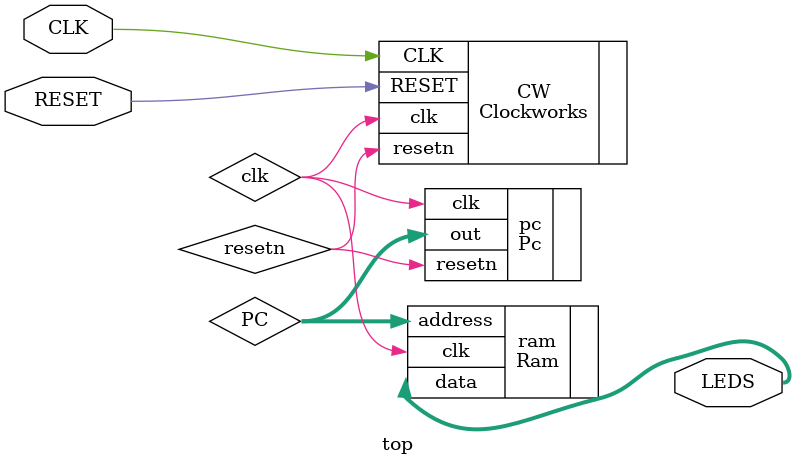
<source format=v>
/**
 * Step 3: Display a led pattern "animation" stored in BRAM.
 * DONE*
 */

`default_nettype none
`include "../general/clockworks.v"
`include "./program_counter.v"
`include "./ram.v"

module top (
    input  CLK,        // system clock
    input  RESET,      // reset button
    output [4:0] LEDS // system LEDs
);

  wire clk;    // internal clock
  wire resetn; // internal reset signal, goes low on reset
  wire [4:0] PC;

  Pc pc(.clk(clk), .resetn(resetn), .out(PC));

  Ram ram(.address(PC), .clk(clk), .data(LEDS));

   // Gearbox and reset circuitry.
   Clockworks #(
     .SLOW(5'd19) // Divide clock frequency by 2^21
   )CW(
     .CLK(CLK),
     .RESET(RESET),
     .clk(clk),
     .resetn(resetn)
   );
endmodule

</source>
